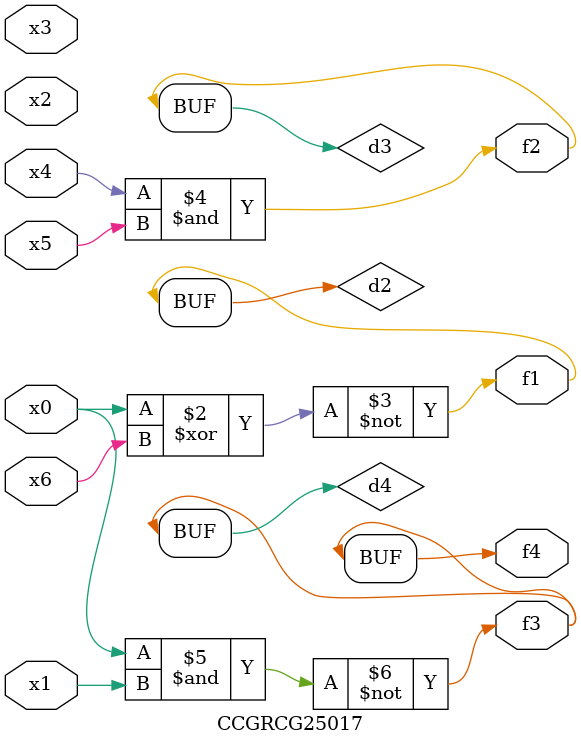
<source format=v>
module CCGRCG25017(
	input x0, x1, x2, x3, x4, x5, x6,
	output f1, f2, f3, f4
);

	wire d1, d2, d3, d4;

	nor (d1, x0);
	xnor (d2, x0, x6);
	and (d3, x4, x5);
	nand (d4, x0, x1);
	assign f1 = d2;
	assign f2 = d3;
	assign f3 = d4;
	assign f4 = d4;
endmodule

</source>
